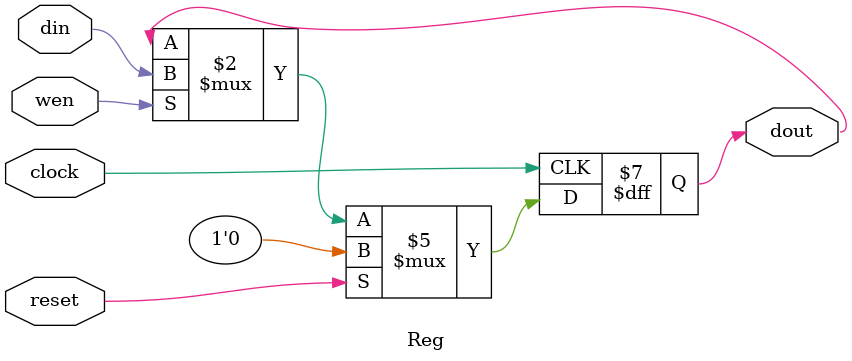
<source format=sv>
module Reg #(WIDTH = 1, RESET_VAL = 0) (
    input clock,
    input reset,
    input [WIDTH-1: 0]din,
    output logic [WIDTH-1: 0]dout,
    input wen                         
);
always @(posedge clock) begin
    if (reset) 
        dout <= RESET_VAL;
    else if (wen) 
        dout <= din;
    end
endmodule


</source>
